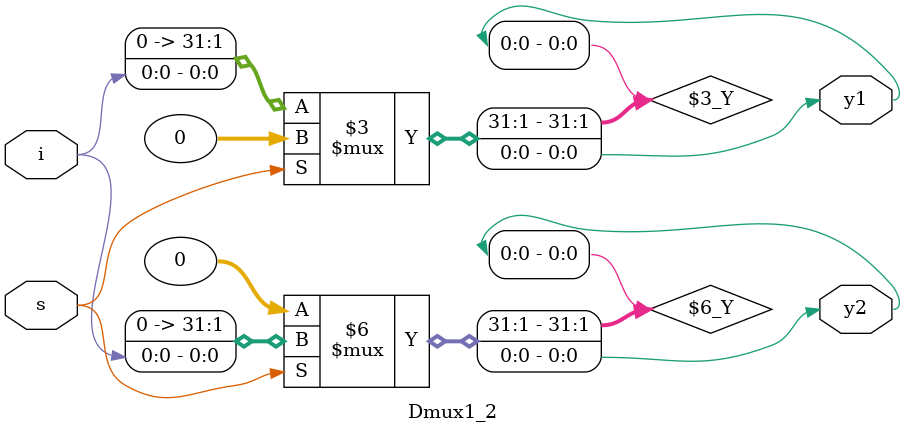
<source format=v>
module Dmux1_2 (i,s,y1,y2);
  input i,s;
  output y1,y2;
  
  assign y1 = (s==0)? i:0;
  assign y2 = (s==1)? i:0;
endmodule

</source>
